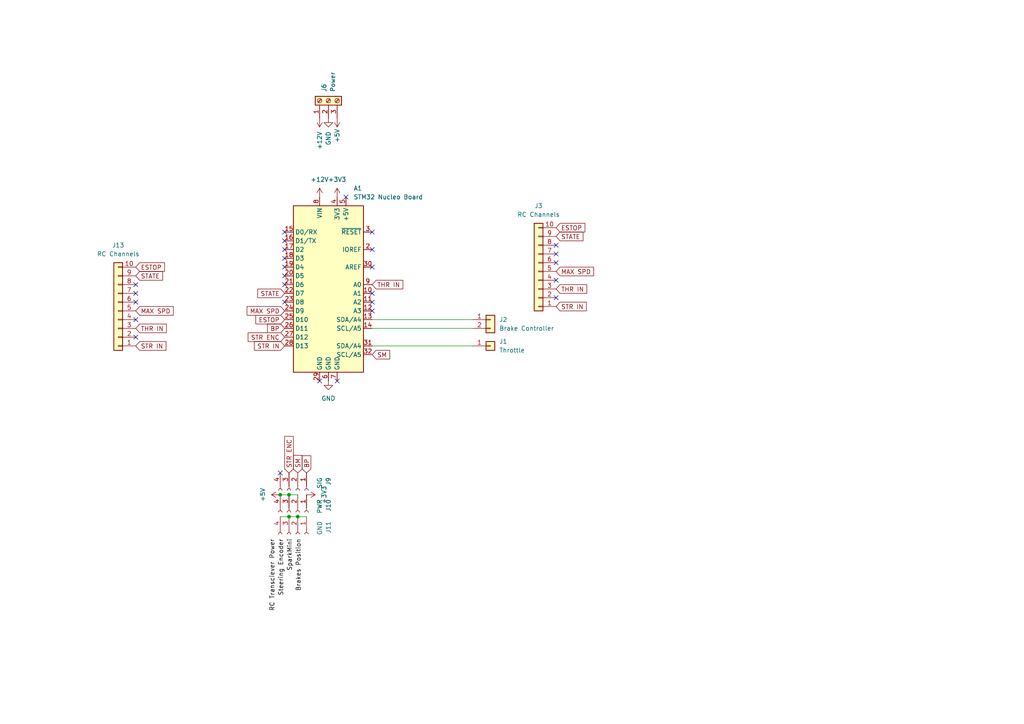
<source format=kicad_sch>
(kicad_sch (version 20230121) (generator eeschema)
  (paper "A4")
  (lib_symbols
    (symbol "Connector:Conn_01x04_Socket" (pin_names (offset 1.016) hide)
      (property "Reference" "J" (at 0 5.08 0))
      (property "Value" "Conn_01x04_Socket" (at 0 -7.62 0))
      (symbol "Conn_01x04_Socket_1_1"
        (arc (start 0 -4.572) (mid -0.5058 -5.08) (end 0 -5.588) (stroke (width 0.1524)))
        (arc (start 0 -2.032) (mid -0.5058 -2.54) (end 0 -3.048) (stroke (width 0.1524)))
        (polyline (pts (xy -1.27 -5.08) (xy -0.508 -5.08)) (stroke (width 0.1524)))
        (polyline (pts (xy -1.27 -2.54) (xy -0.508 -2.54)) (stroke (width 0.1524)))
        (polyline (pts (xy -1.27 0) (xy -0.508 0)) (stroke (width 0.1524)))
        (polyline (pts (xy -1.27 2.54) (xy -0.508 2.54)) (stroke (width 0.1524)))
        (arc (start 0 0.508) (mid -0.5058 0) (end 0 -0.508) (stroke (width 0.1524)))
        (arc (start 0 3.048) (mid -0.5058 2.54) (end 0 2.032) (stroke (width 0.1524)))
        (pin passive line (at -5.08 2.54 0) (length 3.81) (name "Pin_1") (number "1"))
        (pin passive line (at -5.08 0 0) (length 3.81) (name "Pin_2") (number "2"))
        (pin passive line (at -5.08 -2.54 0) (length 3.81) (name "Pin_3") (number "3"))
        (pin passive line (at -5.08 -5.08 0) (length 3.81) (name "Pin_4") (number "4"))
      )
    )
    (symbol "Connector:Screw_Terminal_01x03" (pin_names (offset 1.016) hide)
      (property "Reference" "J" (at 0 5.08 0))
      (property "Value" "Screw_Terminal_01x03" (at 0 -5.08 0))
      (symbol "Screw_Terminal_01x03_1_1"
        (rectangle (start -1.27 3.81) (end 1.27 -3.81) (stroke (width 0.254)) (fill (type background)))
        (circle (center 0 -2.54) (radius 0.635) (stroke (width 0.1524)))
        (polyline (pts (xy -0.5334 -2.2098) (xy 0.3302 -3.048)) (stroke (width 0.1524)))
        (polyline (pts (xy -0.5334 0.3302) (xy 0.3302 -0.508)) (stroke (width 0.1524)))
        (polyline (pts (xy -0.5334 2.8702) (xy 0.3302 2.032)) (stroke (width 0.1524)))
        (polyline (pts (xy -0.3556 -2.032) (xy 0.508 -2.8702)) (stroke (width 0.1524)))
        (polyline (pts (xy -0.3556 0.508) (xy 0.508 -0.3302)) (stroke (width 0.1524)))
        (polyline (pts (xy -0.3556 3.048) (xy 0.508 2.2098)) (stroke (width 0.1524)))
        (circle (center 0 0) (radius 0.635) (stroke (width 0.1524)))
        (circle (center 0 2.54) (radius 0.635) (stroke (width 0.1524)))
        (pin passive line (at -5.08 2.54 0) (length 3.81) (name "Pin_1") (number "1"))
        (pin passive line (at -5.08 0 0) (length 3.81) (name "Pin_2") (number "2"))
        (pin passive line (at -5.08 -2.54 0) (length 3.81) (name "Pin_3") (number "3"))
      )
    )
    (symbol "Connector_Generic:Conn_01x01" (pin_names (offset 1.016) hide)
      (property "Reference" "J" (at 0 2.54 0))
      (property "Value" "Conn_01x01" (at 0 -2.54 0))
      (symbol "Conn_01x01_1_1"
        (rectangle (start -1.27 0.127) (end 0 -0.127) (stroke (width 0.1524)))
        (rectangle (start -1.27 1.27) (end 1.27 -1.27) (stroke (width 0.254)) (fill (type background)))
        (pin passive line (at -5.08 0 0) (length 3.81) (name "Pin_1") (number "1"))
      )
    )
    (symbol "Connector_Generic:Conn_01x02" (pin_names (offset 1.016) hide)
      (property "Reference" "J" (at 0 2.54 0))
      (property "Value" "Conn_01x02" (at 0 -5.08 0))
      (symbol "Conn_01x02_1_1"
        (rectangle (start -1.27 -2.413) (end 0 -2.667) (stroke (width 0.1524)))
        (rectangle (start -1.27 0.127) (end 0 -0.127) (stroke (width 0.1524)))
        (rectangle (start -1.27 1.27) (end 1.27 -3.81) (stroke (width 0.254)) (fill (type background)))
        (pin passive line (at -5.08 0 0) (length 3.81) (name "Pin_1") (number "1"))
        (pin passive line (at -5.08 -2.54 0) (length 3.81) (name "Pin_2") (number "2"))
      )
    )
    (symbol "Connector_Generic:Conn_01x10" (pin_names (offset 1.016) hide)
      (property "Reference" "J" (at 0 12.7 0))
      (property "Value" "Conn_01x10" (at 0 -15.24 0))
      (symbol "Conn_01x10_1_1"
        (rectangle (start -1.27 -12.573) (end 0 -12.827) (stroke (width 0.1524)))
        (rectangle (start -1.27 -10.033) (end 0 -10.287) (stroke (width 0.1524)))
        (rectangle (start -1.27 -7.493) (end 0 -7.747) (stroke (width 0.1524)))
        (rectangle (start -1.27 -4.953) (end 0 -5.207) (stroke (width 0.1524)))
        (rectangle (start -1.27 -2.413) (end 0 -2.667) (stroke (width 0.1524)))
        (rectangle (start -1.27 0.127) (end 0 -0.127) (stroke (width 0.1524)))
        (rectangle (start -1.27 2.667) (end 0 2.413) (stroke (width 0.1524)))
        (rectangle (start -1.27 5.207) (end 0 4.953) (stroke (width 0.1524)))
        (rectangle (start -1.27 7.747) (end 0 7.493) (stroke (width 0.1524)))
        (rectangle (start -1.27 10.287) (end 0 10.033) (stroke (width 0.1524)))
        (rectangle (start -1.27 11.43) (end 1.27 -13.97) (stroke (width 0.254)) (fill (type background)))
        (pin passive line (at -5.08 10.16 0) (length 3.81) (name "Pin_1") (number "1"))
        (pin passive line (at -5.08 -12.7 0) (length 3.81) (name "Pin_10") (number "10"))
        (pin passive line (at -5.08 7.62 0) (length 3.81) (name "Pin_2") (number "2"))
        (pin passive line (at -5.08 5.08 0) (length 3.81) (name "Pin_3") (number "3"))
        (pin passive line (at -5.08 2.54 0) (length 3.81) (name "Pin_4") (number "4"))
        (pin passive line (at -5.08 0 0) (length 3.81) (name "Pin_5") (number "5"))
        (pin passive line (at -5.08 -2.54 0) (length 3.81) (name "Pin_6") (number "6"))
        (pin passive line (at -5.08 -5.08 0) (length 3.81) (name "Pin_7") (number "7"))
        (pin passive line (at -5.08 -7.62 0) (length 3.81) (name "Pin_8") (number "8"))
        (pin passive line (at -5.08 -10.16 0) (length 3.81) (name "Pin_9") (number "9"))
      )
    )
    (symbol "MCU_Module:Arduino_UNO_R3"
      (property "Reference" "A" (at -10.16 23.495 0))
      (property "Value" "Arduino_UNO_R3" (at 5.08 -26.67 0))
      (symbol "Arduino_UNO_R3_0_1"
        (rectangle (start -10.16 22.86) (end 10.16 -25.4) (stroke (width 0.254)) (fill (type background)))
      )
      (symbol "Arduino_UNO_R3_1_1"
        (pin no_connect line (at -10.16 -20.32 0) (length 2.54) hide (name "NC") (number "1"))
        (pin bidirectional line (at 12.7 -2.54 180) (length 2.54) (name "A1") (number "10"))
        (pin bidirectional line (at 12.7 -5.08 180) (length 2.54) (name "A2") (number "11"))
        (pin bidirectional line (at 12.7 -7.62 180) (length 2.54) (name "A3") (number "12"))
        (pin bidirectional line (at 12.7 -10.16 180) (length 2.54) (name "SDA/A4") (number "13"))
        (pin bidirectional line (at 12.7 -12.7 180) (length 2.54) (name "SCL/A5") (number "14"))
        (pin bidirectional line (at -12.7 15.24 0) (length 2.54) (name "D0/RX") (number "15"))
        (pin bidirectional line (at -12.7 12.7 0) (length 2.54) (name "D1/TX") (number "16"))
        (pin bidirectional line (at -12.7 10.16 0) (length 2.54) (name "D2") (number "17"))
        (pin bidirectional line (at -12.7 7.62 0) (length 2.54) (name "D3") (number "18"))
        (pin bidirectional line (at -12.7 5.08 0) (length 2.54) (name "D4") (number "19"))
        (pin output line (at 12.7 10.16 180) (length 2.54) (name "IOREF") (number "2"))
        (pin bidirectional line (at -12.7 2.54 0) (length 2.54) (name "D5") (number "20"))
        (pin bidirectional line (at -12.7 0 0) (length 2.54) (name "D6") (number "21"))
        (pin bidirectional line (at -12.7 -2.54 0) (length 2.54) (name "D7") (number "22"))
        (pin bidirectional line (at -12.7 -5.08 0) (length 2.54) (name "D8") (number "23"))
        (pin bidirectional line (at -12.7 -7.62 0) (length 2.54) (name "D9") (number "24"))
        (pin bidirectional line (at -12.7 -10.16 0) (length 2.54) (name "D10") (number "25"))
        (pin bidirectional line (at -12.7 -12.7 0) (length 2.54) (name "D11") (number "26"))
        (pin bidirectional line (at -12.7 -15.24 0) (length 2.54) (name "D12") (number "27"))
        (pin bidirectional line (at -12.7 -17.78 0) (length 2.54) (name "D13") (number "28"))
        (pin power_in line (at -2.54 -27.94 90) (length 2.54) (name "GND") (number "29"))
        (pin input line (at 12.7 15.24 180) (length 2.54) (name "~{RESET}") (number "3"))
        (pin input line (at 12.7 5.08 180) (length 2.54) (name "AREF") (number "30"))
        (pin bidirectional line (at 12.7 -17.78 180) (length 2.54) (name "SDA/A4") (number "31"))
        (pin bidirectional line (at 12.7 -20.32 180) (length 2.54) (name "SCL/A5") (number "32"))
        (pin power_out line (at 2.54 25.4 270) (length 2.54) (name "3V3") (number "4"))
        (pin power_out line (at 5.08 25.4 270) (length 2.54) (name "+5V") (number "5"))
        (pin power_in line (at 0 -27.94 90) (length 2.54) (name "GND") (number "6"))
        (pin power_in line (at 2.54 -27.94 90) (length 2.54) (name "GND") (number "7"))
        (pin power_in line (at -2.54 25.4 270) (length 2.54) (name "VIN") (number "8"))
        (pin bidirectional line (at 12.7 0 180) (length 2.54) (name "A0") (number "9"))
      )
    )
    (symbol "power:+12V" (power) (pin_names (offset 0))
      (property "Value" "+12V" (at 0 3.556 0))
      (symbol "+12V_0_1"
        (polyline (pts (xy -0.762 1.27) (xy 0 2.54)))
        (polyline (pts (xy 0 0) (xy 0 2.54)))
        (polyline (pts (xy 0 2.54) (xy 0.762 1.27)))
      )
      (symbol "+12V_1_1"
        (pin power_in line (at 0 0 90) (length 0) hide (name "+12V") (number "1"))
      )
    )
    (symbol "power:+3V3" (power) (pin_names (offset 0))
      (property "Value" "+3V3" (at 0 3.556 0))
      (symbol "+3V3_0_1"
        (polyline (pts (xy -0.762 1.27) (xy 0 2.54)))
        (polyline (pts (xy 0 0) (xy 0 2.54)))
        (polyline (pts (xy 0 2.54) (xy 0.762 1.27)))
      )
      (symbol "+3V3_1_1"
        (pin power_in line (at 0 0 90) (length 0) hide (name "+3V3") (number "1"))
      )
    )
    (symbol "power:+5V" (power) (pin_names (offset 0))
      (property "Value" "+5V" (at 0 3.556 0))
      (symbol "+5V_0_1"
        (polyline (pts (xy -0.762 1.27) (xy 0 2.54)))
        (polyline (pts (xy 0 0) (xy 0 2.54)))
        (polyline (pts (xy 0 2.54) (xy 0.762 1.27)))
      )
      (symbol "+5V_1_1"
        (pin power_in line (at 0 0 90) (length 0) hide (name "+5V") (number "1"))
      )
    )
    (symbol "power:GND" (power) (pin_names (offset 0))
      (property "Value" "GND" (at 0 -3.81 0))
      (symbol "GND_0_1"
        (polyline (pts (xy 0 0) (xy 0 -1.27) (xy 1.27 -1.27) (xy 0 -2.54) (xy -1.27 -1.27) (xy 0 -1.27)))
      )
      (symbol "GND_1_1"
        (pin power_in line (at 0 0 270) (length 0) hide (name "GND") (number "1"))
      )
    )
  )
  (junction (at 81.28 143.51))
  (junction (at 83.82 149.86))
  (junction (at 86.36 149.86))
  (junction (at 83.82 143.51))
  (no_connect (at 39.37 97.79))
  (no_connect (at 82.55 87.63))
  (no_connect (at 82.55 69.85))
  (no_connect (at 107.95 67.31))
  (no_connect (at 39.37 85.09))
  (no_connect (at 82.55 74.93))
  (no_connect (at 107.95 87.63))
  (no_connect (at 82.55 80.01))
  (no_connect (at 100.33 57.15))
  (no_connect (at 161.29 76.2))
  (no_connect (at 107.95 72.39))
  (no_connect (at 82.55 77.47))
  (no_connect (at 39.37 92.71))
  (no_connect (at 107.95 77.47))
  (no_connect (at 82.55 67.31))
  (no_connect (at 81.28 137.16))
  (no_connect (at 107.95 90.17))
  (no_connect (at 161.29 86.36))
  (no_connect (at 82.55 82.55))
  (no_connect (at 107.95 85.09))
  (no_connect (at 82.55 72.39))
  (no_connect (at 97.79 110.49))
  (no_connect (at 92.71 110.49))
  (no_connect (at 161.29 71.12))
  (no_connect (at 161.29 73.66))
  (no_connect (at 39.37 82.55))
  (no_connect (at 161.29 81.28))
  (no_connect (at 39.37 87.63))
  (wire (pts (xy 83.82 143.51) (xy 81.28 143.51)))
  (wire (pts (xy 86.36 149.86) (xy 83.82 149.86)))
  (wire (pts (xy 83.82 149.86) (xy 81.28 149.86)))
  (wire (pts (xy 137.16 100.33) (xy 107.95 100.33)))
  (wire (pts (xy 137.16 95.25) (xy 107.95 95.25)))
  (wire (pts (xy 86.36 143.51) (xy 83.82 143.51)))
  (wire (pts (xy 88.9 149.86) (xy 86.36 149.86)))
  (wire (pts (xy 137.16 92.71) (xy 107.95 92.71)))
  (label "SparkMini" (at 85.09 156.21 270))
  (label "RC Transciever Power" (at 80.01 156.21 270))
  (label "Steering Encoder" (at 82.55 156.21 270))
  (label "Brakes Position" (at 87.63 156.21 270))
  (global_label "STR ENC" (shape input) (at 82.55 97.79 180) (property "Intersheetrefs" "${INTERSHEET_REFS}" (effects hide)))
  (global_label "THR IN" (shape input) (at 39.37 95.25 0) (property "Intersheetrefs" "${INTERSHEET_REFS}" (effects hide)))
  (global_label "SM" (shape input) (at 107.95 102.87 0) (property "Intersheetrefs" "${INTERSHEET_REFS}" (effects hide)))
  (global_label "BP" (shape input) (at 82.55 95.25 180) (property "Intersheetrefs" "${INTERSHEET_REFS}" (effects hide)))
  (global_label "BP" (shape input) (at 88.9 137.16 90) (property "Intersheetrefs" "${INTERSHEET_REFS}" (effects hide)))
  (global_label "THR IN" (shape input) (at 161.29 83.82 0) (property "Intersheetrefs" "${INTERSHEET_REFS}" (effects hide)))
  (global_label "MAX SPD" (shape input) (at 161.29 78.74 0) (property "Intersheetrefs" "${INTERSHEET_REFS}" (effects hide)))
  (global_label "MAX SPD" (shape input) (at 82.55 90.17 180) (property "Intersheetrefs" "${INTERSHEET_REFS}" (effects hide)))
  (global_label "STR IN" (shape input) (at 39.37 100.33 0) (property "Intersheetrefs" "${INTERSHEET_REFS}" (effects hide)))
  (global_label "SM" (shape input) (at 86.36 137.16 90) (property "Intersheetrefs" "${INTERSHEET_REFS}" (effects hide)))
  (global_label "ESTOP" (shape input) (at 82.55 92.71 180) (property "Intersheetrefs" "${INTERSHEET_REFS}" (effects hide)))
  (global_label "MAX SPD" (shape input) (at 39.37 90.17 0) (property "Intersheetrefs" "${INTERSHEET_REFS}" (effects hide)))
  (global_label "STR ENC" (shape input) (at 83.82 137.16 90) (property "Intersheetrefs" "${INTERSHEET_REFS}" (effects hide)))
  (global_label "ESTOP" (shape input) (at 161.29 66.04 0) (property "Intersheetrefs" "${INTERSHEET_REFS}" (effects hide)))
  (global_label "THR IN" (shape input) (at 107.95 82.55 0) (property "Intersheetrefs" "${INTERSHEET_REFS}" (effects hide)))
  (global_label "STR IN" (shape input) (at 161.29 88.9 0) (property "Intersheetrefs" "${INTERSHEET_REFS}" (effects hide)))
  (global_label "STATE" (shape input) (at 39.37 80.01 0) (property "Intersheetrefs" "${INTERSHEET_REFS}" (effects hide)))
  (global_label "ESTOP" (shape input) (at 39.37 77.47 0) (property "Intersheetrefs" "${INTERSHEET_REFS}" (effects hide)))
  (global_label "STATE" (shape input) (at 161.29 68.58 0) (property "Intersheetrefs" "${INTERSHEET_REFS}" (effects hide)))
  (global_label "STATE" (shape input) (at 82.55 85.09 180) (property "Intersheetrefs" "${INTERSHEET_REFS}" (effects hide)))
  (global_label "STR IN" (shape input) (at 82.55 100.33 180) (property "Intersheetrefs" "${INTERSHEET_REFS}" (effects hide)))
  (symbol (lib_id "Connector_Generic:Conn_01x10") (at 34.29 90.17 180) (unit 1)
    (property "Reference" "J13" (at 34.29 71.12 0))
    (property "Value" "RC Channels" (at 34.29 73.66 0))
    (property "Footprint" "Connector_PinSocket_2.54mm:PinSocket_1x10_P2.54mm_Vertical" (effects hide))
  )
  (symbol (lib_id "Connector:Conn_01x04_Socket") (at 86.36 154.94 270) (unit 1)
    (property "Reference" "J11" (at 95.25 151.13 0) (effects (justify left)))
    (property "Value" "GND" (at 92.71 151.13 0) (effects (justify left)))
    (property "Footprint" "Connector_PinSocket_2.54mm:PinSocket_1x04_P2.54mm_Vertical" (effects hide))
  )
  (symbol (lib_id "Connector:Conn_01x04_Socket") (at 86.36 148.59 270) (unit 1)
    (property "Reference" "J10" (at 95.25 144.78 0) (effects (justify left)))
    (property "Value" "PWR" (at 92.71 144.78 0) (effects (justify left)))
    (property "Footprint" "Connector_PinSocket_2.54mm:PinSocket_1x04_P2.54mm_Vertical" (effects hide))
  )
  (symbol (lib_id "power:+3V3") (at 97.79 57.15 0) (unit 1)
    (property "Reference" "#PWR016" (effects hide))
    (property "Value" "+3V3" (at 97.79 52.07 0))
  )
  (symbol (lib_id "MCU_Module:Arduino_UNO_R3") (at 95.25 82.55 0) (unit 1)
    (property "Reference" "A1" (at 102.5241 54.61 0) (effects (justify left)))
    (property "Value" "STM32 Nucleo Board" (at 102.5241 57.15 0) (effects (justify left)))
    (property "Footprint" "Module:Arduino_UNO_R3_Bare" (effects hide))
    (property "Datasheet" "https://www.arduino.cc/en/Main/arduinoBoardUno" (effects hide))
  )
  (symbol (lib_id "power:GND") (at 95.25 34.29 0) (unit 1)
    (property "Reference" "#PWR013" (effects hide))
    (property "Value" "GND" (at 95.25 38.1 90) (effects (justify right)))
  )
  (symbol (lib_id "Connector_Generic:Conn_01x10") (at 156.21 78.74 180) (unit 1)
    (property "Reference" "J3" (at 156.21 59.69 0))
    (property "Value" "RC Channels" (at 156.21 62.23 0))
    (property "Footprint" "Connector_PinSocket_2.54mm:PinSocket_1x10_P2.54mm_Vertical" (effects hide))
  )
  (symbol (lib_id "power:+5V") (at 81.28 143.51 90) (unit 1)
    (property "Reference" "#PWR017" (effects hide))
    (property "Value" "+5V" (at 76.2 143.51 0))
  )
  (symbol (lib_id "Connector_Generic:Conn_01x01") (at 142.24 100.33 0) (unit 1)
    (property "Reference" "J1" (at 144.78 99.06 0) (effects (justify left)))
    (property "Value" "Throttle" (at 144.78 101.6 0) (effects (justify left)))
    (property "Footprint" "Connector_PinSocket_2.54mm:PinSocket_1x01_P2.54mm_Vertical" (effects hide))
  )
  (symbol (lib_id "power:+12V") (at 92.71 34.29 180) (unit 1)
    (property "Reference" "#PWR04" (effects hide))
    (property "Value" "+12V" (at 92.71 38.1 90) (effects (justify left)))
  )
  (symbol (lib_id "power:+3V3") (at 88.9 143.51 270) (unit 1)
    (property "Reference" "#PWR018" (effects hide))
    (property "Value" "+3V3" (at 93.98 143.51 0))
  )
  (symbol (lib_id "Connector:Conn_01x04_Socket") (at 86.36 142.24 270) (unit 1)
    (property "Reference" "J9" (at 95.25 138.43 0) (effects (justify left)))
    (property "Value" "SIG" (at 92.71 138.43 0) (effects (justify left)))
    (property "Footprint" "Connector_PinSocket_2.54mm:PinSocket_1x04_P2.54mm_Vertical" (effects hide))
  )
  (symbol (lib_id "power:+12V") (at 92.71 57.15 0) (unit 1)
    (property "Reference" "#PWR06" (effects hide))
    (property "Value" "+12V" (at 92.71 52.07 0))
  )
  (symbol (lib_id "power:+5V") (at 97.79 34.29 180) (unit 1)
    (property "Reference" "#PWR014" (effects hide))
    (property "Value" "+5V" (at 97.79 39.37 90))
  )
  (symbol (lib_id "power:GND") (at 95.25 110.49 0) (unit 1)
    (property "Reference" "#PWR05" (effects hide))
    (property "Value" "GND" (at 95.25 115.57 0))
  )
  (symbol (lib_id "Connector_Generic:Conn_01x02") (at 142.24 92.71 0) (unit 1)
    (property "Reference" "J2" (at 144.78 92.71 0) (effects (justify left)))
    (property "Value" "Brake Controller" (at 144.78 95.25 0) (effects (justify left)))
    (property "Footprint" "Connector_PinSocket_2.54mm:PinSocket_1x02_P2.54mm_Vertical" (effects hide))
  )
  (symbol (lib_id "Connector:Screw_Terminal_01x03") (at 95.25 29.21 90) (unit 1)
    (property "Reference" "J6" (at 93.98 26.67 0) (effects (justify left)))
    (property "Value" "Power" (at 96.52 26.67 0) (effects (justify left)))
    (property "Footprint" "TerminalBlock:TerminalBlock_bornier-3_P5.08mm" (effects hide))
  )
)
</source>
